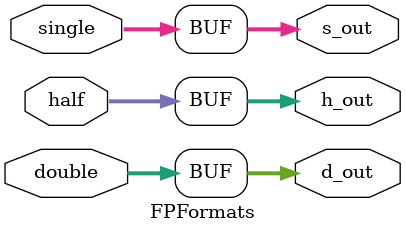
<source format=sv>

module FPFormats (
    input [15:0] half,
    input [31:0] single,
    input [63:0] double,
    output [15:0] h_out,
    output [31:0] s_out,
    output [63:0] d_out
);

    assign h_out = half;
    assign s_out = single;
    assign d_out = double;

endmodule

</source>
